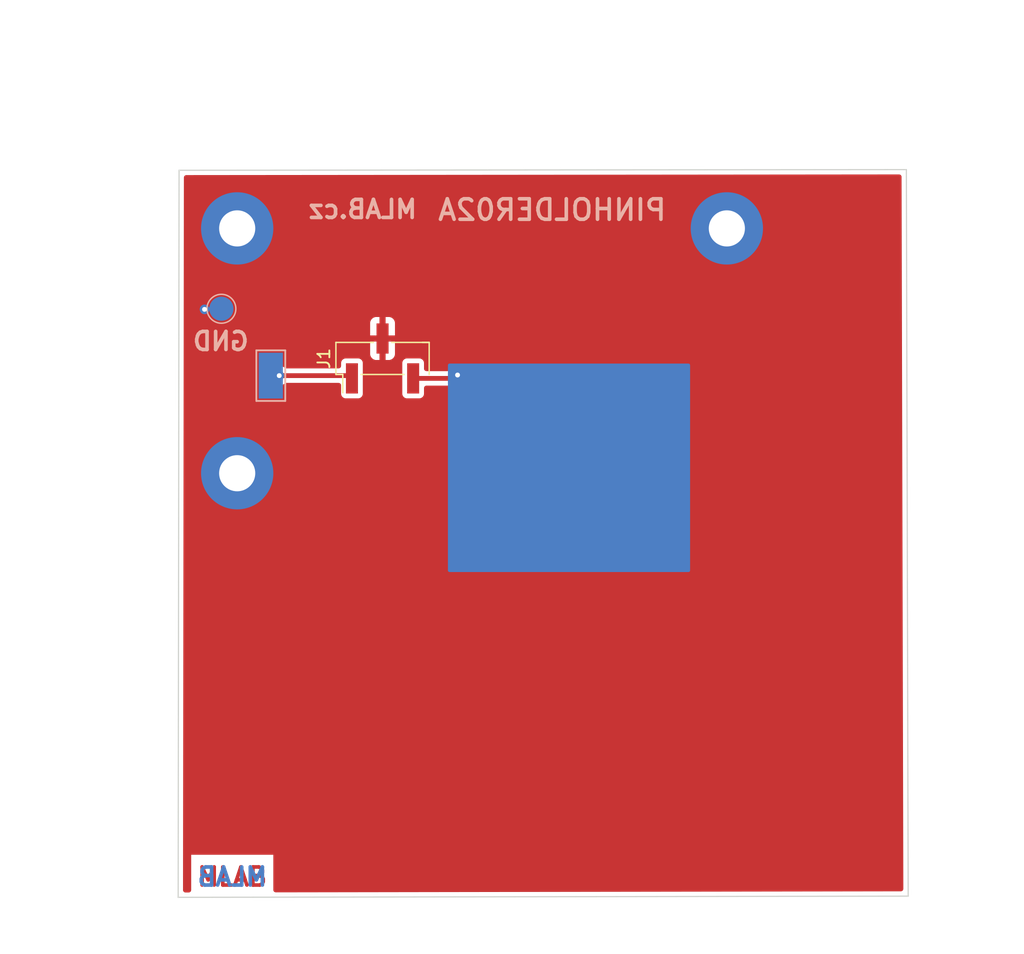
<source format=kicad_pcb>
(kicad_pcb (version 20211014) (generator pcbnew)
  (title_block (title "PINHOLDER02A") (date "2023-04-12") (rev "02A") (company "www.mlab.cz"))
  (layers (0 "F.Cu" signal) (31 "B.Cu" signal) (34 "B.Paste" user) (35 "F.Paste" user) (36 "B.SilkS" user "B.Silkscreen") (37 "F.SilkS" user "F.Silkscreen") (38 "B.Mask" user) (39 "F.Mask" user) (44 "Edge.Cuts" user))
  (net 0 "")
  (net 1 "/circle_0")
  (net 2 "GND")
  (net 3 "Net-(J1-Pad1)")
  (footprint "Mlab_Mechanical:MountingHole_3mm" (layer "F.Cu") (at 149.61 76.48)
    (fp_text reference "M3" hide)
    (fp_text value "HOLE" hide)
    (pad "1" thru_hole circle (at 0 0) (size 6 6) (drill 3) (layers *.Cu *.Mask) (net 2 "GND") (clearance 1))
  )
  (footprint "Mlab_Mechanical:MountingHole_3mm" (layer "F.Cu") (at 190.25 76.48)
    (fp_text reference "M2" hide)
    (fp_text value "HOLE" hide)
    (pad "1" thru_hole circle (at 0 0) (size 6 6) (drill 3) (layers *.Cu *.Mask) (net 2 "GND") (clearance 1))
  )
  (footprint "Connector_PinHeader_2.54mm:PinHeader_1x03_P2.54mm_Vertical_SMD_Pin1Left" (layer "F.Cu") (at 161.674 87.274 90)
    (fp_text reference "J1" (at 0 -4.87 90) (layer "F.SilkS"))
    (fp_text value "HEADER_1x03" hide)
    (fp_line (start -1.33 3.87) (end 1.33 3.87) (layer "F.SilkS") (width 0.12))
    (fp_line (start -1.33 -1.78) (end -1.33 1.78) (layer "F.SilkS") (width 0.12))
    (fp_line (start -1.33 -3.87) (end 1.33 -3.87) (layer "F.SilkS") (width 0.12))
    (fp_line (start -1.33 -3.87) (end -1.33 -3.3) (layer "F.SilkS") (width 0.12))
    (fp_line (start 1.33 0.76) (end 1.33 3.87) (layer "F.SilkS") (width 0.12))
    (fp_line (start 1.33 3.3) (end 1.33 3.87) (layer "F.SilkS") (width 0.12))
    (fp_line (start -1.33 -3.3) (end -2.85 -3.3) (layer "F.SilkS") (width 0.12))
    (fp_line (start 1.33 -3.87) (end 1.33 -0.76) (layer "F.SilkS") (width 0.12))
    (pad "1" smd rect locked (at -1.655 -2.54 90) (size 2.51 1) (layers "F.Cu" "F.Paste" "F.Mask") (net 3 "Net-(J1-Pad1)"))
    (pad "2" smd rect locked (at 1.655 0 90) (size 2.51 1) (layers "F.Cu" "F.Paste" "F.Mask") (net 2 "GND"))
    (pad "3" smd rect locked (at -1.655 2.54 90) (size 2.51 1) (layers "F.Cu" "F.Paste" "F.Mask") (net 1 "/circle_0"))
  )
  (footprint "Mlab_Mechanical:MountingHole_3mm" (layer "F.Cu") (at 149.61 96.8)
    (fp_text reference "M4" hide)
    (fp_text value "HOLE" hide)
    (pad "1" thru_hole circle (at 0 0) (size 6 6) (drill 3) (layers *.Cu *.Mask) (net 2 "GND") (clearance 1))
  )
  (footprint "TestPoint:TestPoint_Pad_D2.0mm" (layer "B.Cu") (at 148.3 83.15 180)
    (property "Value" "TestPoint")
    (fp_text reference "TP3" hide)
    (fp_text value "TestPoint")
    (fp_circle (center 0 0) (end 0 -1.2) (layer "B.SilkS") (width 0.12) (fill none))
    (pad "1" smd circle (at 0 0 180) (size 2 2) (layers "B.Cu" "B.Mask") (net 2 "GND"))
  )
  (footprint "Mlab_CON:TestPoint_Pad_D0.5mm_noSilk" (layer "B.Cu") (at 168.7 88.7 180)
    (property "Value" "TestPoint")
    (fp_text reference "TP1" hide)
    (fp_text value "TestPoint" hide)
    (pad "1" smd circle (at 0 0 180) (size 0.5099 0.5099) (layers "B.Cu" "B.Mask") (net 1 "/circle_0"))
  )
  (footprint "TestPoint:TestPoint_Keystone_5019_Minature" (layer "B.Cu") (at 152.4 88.7 90)
    (property "Value" "TestPoint")
    (fp_text reference "TP2" hide)
    (fp_text value "TestPoint" hide)
    (fp_line (start -2.1 1.2) (end 2.1 1.2) (layer "B.SilkS") (width 0.15))
    (fp_line (start -2.1 -1.2) (end -2.1 1.2) (layer "B.SilkS") (width 0.15))
    (fp_line (start 2.1 1.2) (end 2.1 -1.2) (layer "B.SilkS") (width 0.15))
    (fp_line (start 2.1 -1.2) (end -2.1 -1.2) (layer "B.SilkS") (width 0.15))
    (pad "1" smd rect (at 0 0 90) (size 3.8 2) (layers "B.Cu" "B.Paste" "B.Mask") (net 3 "Net-(J1-Pad1)"))
  )
  (gr_line (start 144.712 132) (end 205.3 131.9) (layer "Edge.Cuts") (width 0.1))
  (gr_line (start 144.786 71.656) (end 205.15 71.6) (layer "Edge.Cuts") (width 0.1))
  (gr_line (start 205.15 71.6) (end 205.3 131.9) (layer "Edge.Cuts") (width 0.1))
  (gr_line (start 144.712 132) (end 144.786 71.656) (layer "Edge.Cuts") (width 0.1))
  (gr_text "MLAB" (at 149.2 130.3) (layer "F.Cu") (effects (font (size 1.5 1.5) (thickness 0.3))))
  (gr_text "MLAB" (at 149.2 130.3) (layer "B.Cu") (effects (font (size 1.5 1.5) (thickness 0.3)) (justify mirror)))
  (gr_text "PINHOLDER02A" (at 175.75 74.95) (layer "B.SilkS") (effects (font (size 1.7 1.7) (thickness 0.3)) (justify mirror)))
  (gr_text "GND" (at 148.25 85.85) (layer "B.SilkS") (effects (font (size 1.5 1.5) (thickness 0.3)) (justify mirror)))
  (gr_text "MLAB.cz" (at 160.024 74.8925) (layer "B.SilkS") (effects (font (size 1.5 1.5) (thickness 0.3)) (justify mirror)))
  (segment (start 164.214 88.929) (end 167.621 88.929) (width 0.4) (layer "F.Cu") (net 1))
  (segment (start 167.621 88.929) (end 167.9 88.65) (width 0.4) (layer "F.Cu") (net 1))
  (via (at 167.9 88.65) (size 0.8) (drill 0.4) (layers "F.Cu" "B.Cu") (net 1))
  (segment (start 167.95 88.7) (end 167.9 88.65) (width 0.25) (layer "B.Cu") (net 1))
  (via (at 146.9 83.2) (size 0.8) (drill 0.4) (layers "F.Cu" "B.Cu") (net 2))
  (segment (start 146.9 83.2) (end 146.95 83.15) (width 0.25) (layer "B.Cu") (net 2))
  (segment (start 146.95 83.15) (end 148.3 83.15) (width 0.25) (layer "B.Cu") (net 2))
  (segment (start 158.905 88.7) (end 153.1 88.7) (width 0.4) (layer "F.Cu") (net 3))
  (segment (start 159.134 88.929) (end 158.905 88.7) (width 0.4) (layer "F.Cu") (net 3))
  (via (at 153.1 88.7) (size 0.8) (drill 0.4) (layers "F.Cu" "B.Cu") (net 3))
  (zone (net 2) (net_name "GND") (layer "F.Cu") (connect_pads (clearance 0.4)) (min_thickness 0.4) (fill yes (thermal_gap 0.53) (thermal_bridge_width 0.508))
    (polygon (pts (xy 214.924 136.724) (xy 129.924 136.724) (xy 129.924 57.524) (xy 214.924 57.524)))
  )
  (zone (net 1) (net_name "/circle_0") (layer "B.Cu") (name "circle_0") (priority 10) (connect_pads yes (clearance 0.508)) (min_thickness 0.254) (fill yes (thermal_gap 0.508) (thermal_bridge_width 0.508))
    (polygon (pts (xy 187.2 87.7) (xy 187.2 105) (xy 167.1 105) (xy 167.1 87.7)))
  )
)
</source>
